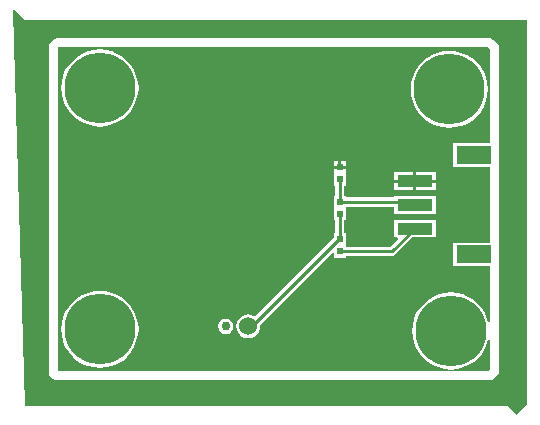
<source format=gtl>
%FSLAX23Y23*%
%MOIN*%
G70*
G01*
G75*
G04 Layer_Physical_Order=1*
G04 Layer_Color=255*
%ADD10R,0.118X0.039*%
%ADD11R,0.118X0.059*%
%ADD12R,0.020X0.024*%
%ADD13C,0.010*%
%ADD14C,0.030*%
%ADD15C,0.060*%
%ADD16C,0.236*%
%ADD17C,0.039*%
G36*
X-90Y1190D02*
X1585D01*
Y-90D01*
X1550Y-125D01*
X1520Y-95D01*
X-90D01*
X-130Y1223D01*
X-125Y1225D01*
X-90Y1190D01*
D02*
G37*
%LPC*%
G36*
X1460Y1130D02*
X15D01*
X9Y1129D01*
X4Y1126D01*
X-6Y1116D01*
X-9Y1111D01*
X-10Y1105D01*
Y15D01*
X-10Y15D01*
X-10D01*
X-9Y9D01*
X-6Y4D01*
X4Y-6D01*
X4D01*
X4Y-6D01*
X4Y-6D01*
Y-6D01*
X9Y-9D01*
X15Y-10D01*
X1460D01*
X1466Y-9D01*
X1471Y-6D01*
X1471Y-6D01*
X1471Y-6D01*
X1486Y9D01*
X1489Y14D01*
X1490Y20D01*
X1490Y20D01*
X1490Y20D01*
Y20D01*
Y975D01*
Y1100D01*
X1489Y1106D01*
X1486Y1111D01*
X1471Y1126D01*
X1466Y1129D01*
X1460Y1130D01*
D02*
G37*
%LPD*%
G36*
X1460Y1094D02*
Y975D01*
X1460Y975D01*
X1460D01*
Y780D01*
X1337D01*
Y701D01*
X1460D01*
Y449D01*
X1337D01*
Y370D01*
X1460D01*
Y185D01*
X1455Y184D01*
X1452Y195D01*
X1444Y213D01*
X1434Y231D01*
X1421Y246D01*
X1406Y259D01*
X1388Y269D01*
X1370Y277D01*
X1350Y282D01*
X1330Y284D01*
X1310Y282D01*
X1290Y277D01*
X1272Y269D01*
X1254Y259D01*
X1239Y246D01*
X1226Y231D01*
X1215Y213D01*
X1208Y195D01*
X1203Y175D01*
X1201Y155D01*
X1203Y135D01*
X1208Y115D01*
X1215Y97D01*
X1226Y79D01*
X1239Y64D01*
X1254Y51D01*
X1272Y41D01*
X1290Y33D01*
X1310Y28D01*
X1330Y26D01*
X1350Y28D01*
X1370Y33D01*
X1388Y41D01*
X1406Y51D01*
X1421Y64D01*
X1434Y79D01*
X1444Y97D01*
X1452Y115D01*
X1455Y126D01*
X1460Y125D01*
Y26D01*
X1454Y20D01*
X21D01*
X20Y21D01*
Y1099D01*
X21Y1100D01*
X1454D01*
X1460Y1094D01*
D02*
G37*
%LPC*%
G36*
X980Y695D02*
X940D01*
Y678D01*
Y639D01*
X945D01*
Y606D01*
X940D01*
Y563D01*
Y524D01*
X945D01*
Y481D01*
X940D01*
Y465D01*
X678Y203D01*
X675Y205D01*
X665Y209D01*
X655Y210D01*
X645Y209D01*
X635Y205D01*
X626Y199D01*
X620Y190D01*
X616Y180D01*
X615Y170D01*
X616Y160D01*
X620Y150D01*
X626Y141D01*
X635Y135D01*
X645Y131D01*
X655Y130D01*
X665Y131D01*
X675Y135D01*
X684Y141D01*
X690Y150D01*
X694Y160D01*
X695Y170D01*
X695Y176D01*
X936Y417D01*
X940Y415D01*
Y399D01*
X980D01*
Y405D01*
X1134D01*
X1140Y406D01*
X1145Y410D01*
X1145Y410D01*
X1145Y410D01*
X1202Y467D01*
X1279D01*
Y526D01*
X1141D01*
Y467D01*
X1152D01*
X1154Y462D01*
X1127Y436D01*
X980D01*
Y438D01*
Y481D01*
X975D01*
Y524D01*
X980D01*
Y563D01*
Y569D01*
X1141D01*
Y545D01*
X1279D01*
Y605D01*
X1141D01*
Y600D01*
X980D01*
Y606D01*
X975D01*
Y639D01*
X980D01*
Y678D01*
Y695D01*
D02*
G37*
G36*
X1205Y649D02*
X1141D01*
Y624D01*
X1205D01*
Y649D01*
D02*
G37*
G36*
X160Y289D02*
X140Y287D01*
X120Y282D01*
X102Y275D01*
X84Y264D01*
X69Y251D01*
X56Y236D01*
X45Y218D01*
X38Y200D01*
X33Y180D01*
X31Y160D01*
X33Y140D01*
X38Y120D01*
X45Y102D01*
X56Y84D01*
X69Y69D01*
X84Y56D01*
X102Y45D01*
X120Y38D01*
X140Y33D01*
X160Y31D01*
X180Y33D01*
X200Y38D01*
X218Y45D01*
X236Y56D01*
X251Y69D01*
X264Y84D01*
X275Y102D01*
X282Y120D01*
X287Y140D01*
X289Y160D01*
X287Y180D01*
X282Y200D01*
X275Y218D01*
X264Y236D01*
X251Y251D01*
X236Y264D01*
X218Y275D01*
X200Y282D01*
X180Y287D01*
X160Y289D01*
D02*
G37*
G36*
X580Y195D02*
X570Y194D01*
X562Y188D01*
X556Y180D01*
X555Y170D01*
X556Y160D01*
X562Y152D01*
X570Y146D01*
X580Y145D01*
X590Y146D01*
X598Y152D01*
X604Y160D01*
X605Y170D01*
X604Y180D01*
X598Y188D01*
X590Y194D01*
X580Y195D01*
D02*
G37*
G36*
X980Y721D02*
X965D01*
Y705D01*
X980D01*
Y721D01*
D02*
G37*
G36*
X1325Y1089D02*
X1305Y1087D01*
X1285Y1082D01*
X1267Y1074D01*
X1249Y1064D01*
X1234Y1051D01*
X1221Y1036D01*
X1211Y1018D01*
X1203Y1000D01*
X1198Y980D01*
X1196Y960D01*
X1198Y940D01*
X1203Y920D01*
X1211Y902D01*
X1221Y884D01*
X1234Y869D01*
X1249Y856D01*
X1267Y845D01*
X1285Y838D01*
X1305Y833D01*
X1325Y831D01*
X1345Y833D01*
X1365Y838D01*
X1383Y845D01*
X1401Y856D01*
X1416Y869D01*
X1429Y884D01*
X1439Y902D01*
X1447Y920D01*
X1452Y940D01*
X1454Y960D01*
X1452Y980D01*
X1447Y1000D01*
X1439Y1018D01*
X1429Y1036D01*
X1416Y1051D01*
X1401Y1064D01*
X1383Y1074D01*
X1365Y1082D01*
X1345Y1087D01*
X1325Y1089D01*
D02*
G37*
G36*
X160Y1094D02*
X140Y1092D01*
X120Y1087D01*
X102Y1079D01*
X84Y1069D01*
X69Y1056D01*
X56Y1041D01*
X45Y1023D01*
X38Y1005D01*
X33Y985D01*
X31Y965D01*
X33Y945D01*
X38Y925D01*
X45Y907D01*
X56Y889D01*
X69Y874D01*
X84Y861D01*
X102Y850D01*
X120Y843D01*
X140Y838D01*
X160Y836D01*
X180Y838D01*
X200Y843D01*
X218Y850D01*
X236Y861D01*
X251Y874D01*
X264Y889D01*
X275Y907D01*
X282Y925D01*
X287Y945D01*
X289Y965D01*
X287Y985D01*
X282Y1005D01*
X275Y1023D01*
X264Y1041D01*
X251Y1056D01*
X236Y1069D01*
X218Y1079D01*
X200Y1087D01*
X180Y1092D01*
X160Y1094D01*
D02*
G37*
G36*
X955Y721D02*
X940D01*
Y705D01*
X955D01*
Y721D01*
D02*
G37*
G36*
X1279Y649D02*
X1215D01*
Y624D01*
X1279D01*
Y649D01*
D02*
G37*
G36*
X1205Y683D02*
X1141D01*
Y659D01*
X1205D01*
Y683D01*
D02*
G37*
G36*
X1279D02*
X1215D01*
Y659D01*
X1279D01*
Y683D01*
D02*
G37*
%LPD*%
D10*
X1210Y654D02*
D03*
Y575D02*
D03*
Y496D02*
D03*
Y654D02*
D03*
D11*
X1407Y740D02*
D03*
Y410D02*
D03*
D12*
X960Y545D02*
D03*
Y585D02*
D03*
X960Y460D02*
D03*
Y420D02*
D03*
X960Y660D02*
D03*
Y700D02*
D03*
D13*
X1134Y420D02*
X1210Y496D01*
X960Y420D02*
X1134D01*
X960Y460D02*
Y545D01*
X960Y585D02*
X1200D01*
X1210Y575D01*
X960Y585D02*
Y660D01*
X957Y460D02*
X960D01*
X667Y170D02*
X957Y460D01*
X655Y170D02*
X667D01*
D14*
X580D02*
D03*
D15*
X655D02*
D03*
D16*
X160Y160D02*
D03*
X1330Y155D02*
D03*
X160Y965D02*
D03*
X1325Y960D02*
D03*
D17*
X249Y160D02*
D03*
X223Y97D02*
D03*
X160Y71D02*
D03*
X97Y97D02*
D03*
X71Y160D02*
D03*
X160Y249D02*
D03*
X223Y223D02*
D03*
X97D02*
D03*
X1419Y155D02*
D03*
X1393Y92D02*
D03*
X1330Y66D02*
D03*
X1267Y92D02*
D03*
X1241Y155D02*
D03*
X1330Y244D02*
D03*
X1393Y218D02*
D03*
X1267D02*
D03*
X249Y965D02*
D03*
X223Y902D02*
D03*
X160Y876D02*
D03*
X97Y902D02*
D03*
X71Y965D02*
D03*
X160Y1054D02*
D03*
X223Y1028D02*
D03*
X97D02*
D03*
X1414Y960D02*
D03*
X1388Y897D02*
D03*
X1325Y871D02*
D03*
X1262Y897D02*
D03*
X1236Y960D02*
D03*
X1325Y1049D02*
D03*
X1388Y1023D02*
D03*
X1262D02*
D03*
M02*

</source>
